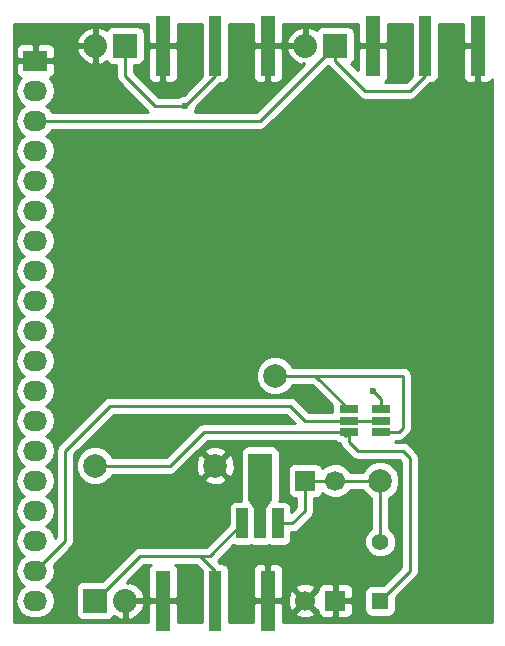
<source format=gtl>
G04 #@! TF.FileFunction,Copper,L1,Top,Signal*
%FSLAX46Y46*%
G04 Gerber Fmt 4.6, Leading zero omitted, Abs format (unit mm)*
G04 Created by KiCad (PCBNEW 4.0.4+e1-6308~48~ubuntu16.04.1-stable) date Mon Oct 24 16:05:19 2016*
%MOMM*%
%LPD*%
G01*
G04 APERTURE LIST*
%ADD10C,0.100000*%
%ADD11R,1.560000X0.650000*%
%ADD12R,1.400000X1.400000*%
%ADD13C,1.400000*%
%ADD14R,2.032000X2.032000*%
%ADD15O,2.032000X2.032000*%
%ADD16R,1.000760X2.501900*%
%ADD17R,1.998980X4.000500*%
%ADD18C,2.000000*%
%ADD19R,1.270000X5.080000*%
%ADD20R,1.016000X5.080000*%
%ADD21R,2.032000X1.727200*%
%ADD22O,2.032000X1.727200*%
%ADD23C,1.998980*%
%ADD24C,1.699260*%
%ADD25R,1.699260X1.699260*%
%ADD26C,0.600000*%
%ADD27C,0.250000*%
%ADD28C,0.254000*%
G04 APERTURE END LIST*
D10*
D11*
X100250000Y-108270000D03*
X100250000Y-109220000D03*
X100250000Y-110170000D03*
X102950000Y-110170000D03*
X102950000Y-108270000D03*
X102950000Y-109220000D03*
D12*
X102870000Y-124460000D03*
D13*
X102870000Y-119460000D03*
D14*
X78740000Y-124460000D03*
D15*
X81280000Y-124460000D03*
D14*
X81280000Y-77470000D03*
D15*
X78740000Y-77470000D03*
D14*
X99060000Y-77470000D03*
D15*
X96520000Y-77470000D03*
D16*
X91208860Y-117922040D03*
X92710000Y-117922040D03*
X94211140Y-117922040D03*
D17*
X92710000Y-113969800D03*
D10*
G36*
X93710760Y-115944650D02*
X93210380Y-116693950D01*
X92209620Y-116693950D01*
X91709240Y-115944650D01*
X93710760Y-115944650D01*
X93710760Y-115944650D01*
G37*
D18*
X102870000Y-114300000D03*
X93980000Y-105410000D03*
D19*
X111125000Y-77470000D03*
X102235000Y-77470000D03*
D20*
X106680000Y-77470000D03*
D19*
X93345000Y-77470000D03*
X84455000Y-77470000D03*
D20*
X88900000Y-77470000D03*
D19*
X84455000Y-124460000D03*
X93345000Y-124460000D03*
D20*
X88900000Y-124460000D03*
D21*
X73660000Y-78740000D03*
D22*
X73660000Y-81280000D03*
X73660000Y-83820000D03*
X73660000Y-86360000D03*
X73660000Y-88900000D03*
X73660000Y-91440000D03*
X73660000Y-93980000D03*
X73660000Y-96520000D03*
X73660000Y-99060000D03*
X73660000Y-101600000D03*
X73660000Y-104140000D03*
X73660000Y-106680000D03*
X73660000Y-109220000D03*
X73660000Y-111760000D03*
X73660000Y-114300000D03*
X73660000Y-116840000D03*
X73660000Y-119380000D03*
X73660000Y-121920000D03*
X73660000Y-124460000D03*
D23*
X78740000Y-113030000D03*
X88900000Y-113030000D03*
D24*
X99057460Y-114299480D03*
D25*
X99057460Y-124459480D03*
D24*
X96522540Y-124460520D03*
D25*
X96522540Y-114300520D03*
D26*
X86360000Y-82550000D03*
X102235000Y-106680000D03*
D27*
X81280000Y-77470000D02*
X81280000Y-80010000D01*
X81280000Y-80010000D02*
X83820000Y-82550000D01*
X83820000Y-82550000D02*
X86360000Y-82550000D01*
X86360000Y-82550000D02*
X88900000Y-80010000D01*
X88900000Y-80010000D02*
X88900000Y-77470000D01*
X102950000Y-110170000D02*
X104460000Y-110170000D01*
X104775000Y-105410000D02*
X97155000Y-105410000D01*
X104775000Y-109855000D02*
X104775000Y-105410000D01*
X104460000Y-110170000D02*
X104775000Y-109855000D01*
X93980000Y-105410000D02*
X97155000Y-105410000D01*
X97155000Y-105410000D02*
X97390000Y-105410000D01*
X97390000Y-105410000D02*
X100250000Y-108270000D01*
X100250000Y-109220000D02*
X96520000Y-109220000D01*
X76200000Y-119380000D02*
X73660000Y-121920000D01*
X76200000Y-111760000D02*
X76200000Y-119380000D01*
X80010000Y-107950000D02*
X76200000Y-111760000D01*
X95250000Y-107950000D02*
X80010000Y-107950000D01*
X96520000Y-109220000D02*
X95250000Y-107950000D01*
X100250000Y-109220000D02*
X102950000Y-109220000D01*
X100250000Y-110170000D02*
X100250000Y-111045000D01*
X105410000Y-121920000D02*
X102870000Y-124460000D01*
X105410000Y-112395000D02*
X105410000Y-121920000D01*
X104775000Y-111760000D02*
X105410000Y-112395000D01*
X100965000Y-111760000D02*
X104775000Y-111760000D01*
X100250000Y-111045000D02*
X100965000Y-111760000D01*
X78740000Y-113030000D02*
X85090000Y-113030000D01*
X87950000Y-110170000D02*
X100250000Y-110170000D01*
X85090000Y-113030000D02*
X87950000Y-110170000D01*
X99930000Y-110490000D02*
X100250000Y-110170000D01*
X102950000Y-108270000D02*
X102950000Y-107395000D01*
X102950000Y-107395000D02*
X102235000Y-106680000D01*
X94211140Y-117922040D02*
X95437960Y-117922040D01*
X96522540Y-116837460D02*
X96522540Y-114300520D01*
X95437960Y-117922040D02*
X96522540Y-116837460D01*
X96522540Y-114300520D02*
X99056420Y-114300520D01*
X99056420Y-114300520D02*
X99056940Y-114300000D01*
X99056940Y-114300000D02*
X102870000Y-114300000D01*
X102870000Y-114300000D02*
X102870000Y-119460000D01*
X94211140Y-117922040D02*
X94211140Y-117881920D01*
X99060000Y-77470000D02*
X99060000Y-78740000D01*
X105410000Y-81280000D02*
X106680000Y-80010000D01*
X101600000Y-81280000D02*
X105410000Y-81280000D01*
X99060000Y-78740000D02*
X101600000Y-81280000D01*
X106680000Y-80010000D02*
X106680000Y-77470000D01*
X73660000Y-83820000D02*
X92710000Y-83820000D01*
X92710000Y-83820000D02*
X99060000Y-77470000D01*
X87630000Y-120650000D02*
X88480900Y-120650000D01*
X88480900Y-120650000D02*
X91208860Y-117922040D01*
X91208860Y-117922040D02*
X91208860Y-118341140D01*
X78740000Y-124460000D02*
X82550000Y-120650000D01*
X87630000Y-120650000D02*
X88900000Y-121920000D01*
X82550000Y-120650000D02*
X87630000Y-120650000D01*
X88900000Y-121920000D02*
X88900000Y-124460000D01*
X92710000Y-117922040D02*
X92710000Y-113969800D01*
D28*
G36*
X83185000Y-77184250D02*
X83343750Y-77343000D01*
X84328000Y-77343000D01*
X84328000Y-77323000D01*
X84582000Y-77323000D01*
X84582000Y-77343000D01*
X85566250Y-77343000D01*
X85725000Y-77184250D01*
X85725000Y-75640000D01*
X87744560Y-75640000D01*
X87744560Y-80010000D01*
X87757330Y-80077868D01*
X86220320Y-81614878D01*
X86174833Y-81614838D01*
X85831057Y-81756883D01*
X85797882Y-81790000D01*
X84134802Y-81790000D01*
X82040000Y-79695198D01*
X82040000Y-79133440D01*
X82296000Y-79133440D01*
X82531317Y-79089162D01*
X82747441Y-78950090D01*
X82892431Y-78737890D01*
X82943440Y-78486000D01*
X82943440Y-77755750D01*
X83185000Y-77755750D01*
X83185000Y-80136310D01*
X83281673Y-80369699D01*
X83460302Y-80548327D01*
X83693691Y-80645000D01*
X84169250Y-80645000D01*
X84328000Y-80486250D01*
X84328000Y-77597000D01*
X84582000Y-77597000D01*
X84582000Y-80486250D01*
X84740750Y-80645000D01*
X85216309Y-80645000D01*
X85449698Y-80548327D01*
X85628327Y-80369699D01*
X85725000Y-80136310D01*
X85725000Y-77755750D01*
X85566250Y-77597000D01*
X84582000Y-77597000D01*
X84328000Y-77597000D01*
X83343750Y-77597000D01*
X83185000Y-77755750D01*
X82943440Y-77755750D01*
X82943440Y-76454000D01*
X82899162Y-76218683D01*
X82760090Y-76002559D01*
X82547890Y-75857569D01*
X82296000Y-75806560D01*
X80264000Y-75806560D01*
X80028683Y-75850838D01*
X79812559Y-75989910D01*
X79712144Y-76136872D01*
X79708379Y-76132812D01*
X79122946Y-75864017D01*
X78867000Y-75982633D01*
X78867000Y-77343000D01*
X78887000Y-77343000D01*
X78887000Y-77597000D01*
X78867000Y-77597000D01*
X78867000Y-78957367D01*
X79122946Y-79075983D01*
X79708379Y-78807188D01*
X79712934Y-78802276D01*
X79799910Y-78937441D01*
X80012110Y-79082431D01*
X80264000Y-79133440D01*
X80520000Y-79133440D01*
X80520000Y-80010000D01*
X80577852Y-80300839D01*
X80742599Y-80547401D01*
X83255198Y-83060000D01*
X75104648Y-83060000D01*
X74904415Y-82760330D01*
X74589634Y-82550000D01*
X74904415Y-82339670D01*
X75229271Y-81853489D01*
X75343345Y-81280000D01*
X75229271Y-80706511D01*
X74904415Y-80220330D01*
X74882220Y-80205500D01*
X75035699Y-80141927D01*
X75214327Y-79963298D01*
X75311000Y-79729909D01*
X75311000Y-79025750D01*
X75152250Y-78867000D01*
X73787000Y-78867000D01*
X73787000Y-78887000D01*
X73533000Y-78887000D01*
X73533000Y-78867000D01*
X72167750Y-78867000D01*
X72009000Y-79025750D01*
X72009000Y-79729909D01*
X72105673Y-79963298D01*
X72284301Y-80141927D01*
X72437780Y-80205500D01*
X72415585Y-80220330D01*
X72090729Y-80706511D01*
X71976655Y-81280000D01*
X72090729Y-81853489D01*
X72415585Y-82339670D01*
X72730366Y-82550000D01*
X72415585Y-82760330D01*
X72090729Y-83246511D01*
X71976655Y-83820000D01*
X72090729Y-84393489D01*
X72415585Y-84879670D01*
X72730366Y-85090000D01*
X72415585Y-85300330D01*
X72090729Y-85786511D01*
X71976655Y-86360000D01*
X72090729Y-86933489D01*
X72415585Y-87419670D01*
X72730366Y-87630000D01*
X72415585Y-87840330D01*
X72090729Y-88326511D01*
X71976655Y-88900000D01*
X72090729Y-89473489D01*
X72415585Y-89959670D01*
X72730366Y-90170000D01*
X72415585Y-90380330D01*
X72090729Y-90866511D01*
X71976655Y-91440000D01*
X72090729Y-92013489D01*
X72415585Y-92499670D01*
X72730366Y-92710000D01*
X72415585Y-92920330D01*
X72090729Y-93406511D01*
X71976655Y-93980000D01*
X72090729Y-94553489D01*
X72415585Y-95039670D01*
X72730366Y-95250000D01*
X72415585Y-95460330D01*
X72090729Y-95946511D01*
X71976655Y-96520000D01*
X72090729Y-97093489D01*
X72415585Y-97579670D01*
X72730366Y-97790000D01*
X72415585Y-98000330D01*
X72090729Y-98486511D01*
X71976655Y-99060000D01*
X72090729Y-99633489D01*
X72415585Y-100119670D01*
X72730366Y-100330000D01*
X72415585Y-100540330D01*
X72090729Y-101026511D01*
X71976655Y-101600000D01*
X72090729Y-102173489D01*
X72415585Y-102659670D01*
X72730366Y-102870000D01*
X72415585Y-103080330D01*
X72090729Y-103566511D01*
X71976655Y-104140000D01*
X72090729Y-104713489D01*
X72415585Y-105199670D01*
X72730366Y-105410000D01*
X72415585Y-105620330D01*
X72090729Y-106106511D01*
X71976655Y-106680000D01*
X72090729Y-107253489D01*
X72415585Y-107739670D01*
X72730366Y-107950000D01*
X72415585Y-108160330D01*
X72090729Y-108646511D01*
X71976655Y-109220000D01*
X72090729Y-109793489D01*
X72415585Y-110279670D01*
X72730366Y-110490000D01*
X72415585Y-110700330D01*
X72090729Y-111186511D01*
X71976655Y-111760000D01*
X72090729Y-112333489D01*
X72415585Y-112819670D01*
X72730366Y-113030000D01*
X72415585Y-113240330D01*
X72090729Y-113726511D01*
X71976655Y-114300000D01*
X72090729Y-114873489D01*
X72415585Y-115359670D01*
X72730366Y-115570000D01*
X72415585Y-115780330D01*
X72090729Y-116266511D01*
X71976655Y-116840000D01*
X72090729Y-117413489D01*
X72415585Y-117899670D01*
X72730366Y-118110000D01*
X72415585Y-118320330D01*
X72090729Y-118806511D01*
X71976655Y-119380000D01*
X72090729Y-119953489D01*
X72415585Y-120439670D01*
X72730366Y-120650000D01*
X72415585Y-120860330D01*
X72090729Y-121346511D01*
X71976655Y-121920000D01*
X72090729Y-122493489D01*
X72415585Y-122979670D01*
X72730366Y-123190000D01*
X72415585Y-123400330D01*
X72090729Y-123886511D01*
X71976655Y-124460000D01*
X72090729Y-125033489D01*
X72415585Y-125519670D01*
X72901766Y-125844526D01*
X73475255Y-125958600D01*
X73844745Y-125958600D01*
X74418234Y-125844526D01*
X74904415Y-125519670D01*
X75229271Y-125033489D01*
X75343345Y-124460000D01*
X75229271Y-123886511D01*
X74904415Y-123400330D01*
X74589634Y-123190000D01*
X74904415Y-122979670D01*
X75229271Y-122493489D01*
X75343345Y-121920000D01*
X75242381Y-121412421D01*
X76737401Y-119917401D01*
X76902148Y-119670840D01*
X76911746Y-119622586D01*
X76960000Y-119380000D01*
X76960000Y-112074802D01*
X80324802Y-108710000D01*
X94935198Y-108710000D01*
X95635198Y-109410000D01*
X87950000Y-109410000D01*
X87659161Y-109467852D01*
X87412599Y-109632599D01*
X84775198Y-112270000D01*
X80194496Y-112270000D01*
X80126462Y-112105345D01*
X79667073Y-111645154D01*
X79066547Y-111395794D01*
X78416306Y-111395226D01*
X77815345Y-111643538D01*
X77355154Y-112102927D01*
X77105794Y-112703453D01*
X77105226Y-113353694D01*
X77353538Y-113954655D01*
X77812927Y-114414846D01*
X78413453Y-114664206D01*
X79063694Y-114664774D01*
X79664655Y-114416462D01*
X79899363Y-114182163D01*
X87927443Y-114182163D01*
X88026042Y-114448965D01*
X88635582Y-114675401D01*
X89285377Y-114651341D01*
X89773958Y-114448965D01*
X89872557Y-114182163D01*
X88900000Y-113209605D01*
X87927443Y-114182163D01*
X79899363Y-114182163D01*
X80124846Y-113957073D01*
X80194221Y-113790000D01*
X85090000Y-113790000D01*
X85380839Y-113732148D01*
X85627401Y-113567401D01*
X86429220Y-112765582D01*
X87254599Y-112765582D01*
X87278659Y-113415377D01*
X87481035Y-113903958D01*
X87747837Y-114002557D01*
X88720395Y-113030000D01*
X89079605Y-113030000D01*
X90052163Y-114002557D01*
X90318965Y-113903958D01*
X90545401Y-113294418D01*
X90521341Y-112644623D01*
X90318965Y-112156042D01*
X90052163Y-112057443D01*
X89079605Y-113030000D01*
X88720395Y-113030000D01*
X87747837Y-112057443D01*
X87481035Y-112156042D01*
X87254599Y-112765582D01*
X86429220Y-112765582D01*
X87316965Y-111877837D01*
X87927443Y-111877837D01*
X88900000Y-112850395D01*
X89872557Y-111877837D01*
X89773958Y-111611035D01*
X89164418Y-111384599D01*
X88514623Y-111408659D01*
X88026042Y-111611035D01*
X87927443Y-111877837D01*
X87316965Y-111877837D01*
X88264802Y-110930000D01*
X98995331Y-110930000D01*
X99005910Y-110946441D01*
X99218110Y-111091431D01*
X99470000Y-111142440D01*
X99509382Y-111142440D01*
X99547852Y-111335839D01*
X99712599Y-111582401D01*
X100427599Y-112297401D01*
X100674161Y-112462148D01*
X100965000Y-112520000D01*
X104460198Y-112520000D01*
X104650000Y-112709802D01*
X104650000Y-121605198D01*
X103142638Y-123112560D01*
X102170000Y-123112560D01*
X101934683Y-123156838D01*
X101718559Y-123295910D01*
X101573569Y-123508110D01*
X101522560Y-123760000D01*
X101522560Y-125160000D01*
X101566838Y-125395317D01*
X101705910Y-125611441D01*
X101918110Y-125756431D01*
X102170000Y-125807440D01*
X103570000Y-125807440D01*
X103805317Y-125763162D01*
X104021441Y-125624090D01*
X104166431Y-125411890D01*
X104217440Y-125160000D01*
X104217440Y-124187362D01*
X105947401Y-122457401D01*
X106112148Y-122210840D01*
X106121746Y-122162586D01*
X106170000Y-121920000D01*
X106170000Y-112395000D01*
X106112148Y-112104161D01*
X105947401Y-111857599D01*
X105312401Y-111222599D01*
X105065839Y-111057852D01*
X104775000Y-111000000D01*
X104117865Y-111000000D01*
X104181441Y-110959090D01*
X104201317Y-110930000D01*
X104460000Y-110930000D01*
X104750839Y-110872148D01*
X104997401Y-110707401D01*
X105312401Y-110392401D01*
X105477148Y-110145840D01*
X105535000Y-109855000D01*
X105535000Y-105410000D01*
X105477148Y-105119161D01*
X105312401Y-104872599D01*
X105065839Y-104707852D01*
X104775000Y-104650000D01*
X95435047Y-104650000D01*
X95366894Y-104485057D01*
X94907363Y-104024722D01*
X94306648Y-103775284D01*
X93656205Y-103774716D01*
X93055057Y-104023106D01*
X92594722Y-104482637D01*
X92345284Y-105083352D01*
X92344716Y-105733795D01*
X92593106Y-106334943D01*
X93052637Y-106795278D01*
X93653352Y-107044716D01*
X94303795Y-107045284D01*
X94904943Y-106796894D01*
X95365278Y-106337363D01*
X95434773Y-106170000D01*
X97075198Y-106170000D01*
X98827214Y-107922016D01*
X98822560Y-107945000D01*
X98822560Y-108460000D01*
X96834802Y-108460000D01*
X95787401Y-107412599D01*
X95540839Y-107247852D01*
X95250000Y-107190000D01*
X80010000Y-107190000D01*
X79719161Y-107247852D01*
X79472599Y-107412599D01*
X75662599Y-111222599D01*
X75497852Y-111469161D01*
X75440000Y-111760000D01*
X75440000Y-119065198D01*
X75307152Y-119198046D01*
X75229271Y-118806511D01*
X74904415Y-118320330D01*
X74589634Y-118110000D01*
X74904415Y-117899670D01*
X75229271Y-117413489D01*
X75343345Y-116840000D01*
X75229271Y-116266511D01*
X74904415Y-115780330D01*
X74589634Y-115570000D01*
X74904415Y-115359670D01*
X75229271Y-114873489D01*
X75343345Y-114300000D01*
X75229271Y-113726511D01*
X74904415Y-113240330D01*
X74589634Y-113030000D01*
X74904415Y-112819670D01*
X75229271Y-112333489D01*
X75343345Y-111760000D01*
X75229271Y-111186511D01*
X74904415Y-110700330D01*
X74589634Y-110490000D01*
X74904415Y-110279670D01*
X75229271Y-109793489D01*
X75343345Y-109220000D01*
X75229271Y-108646511D01*
X74904415Y-108160330D01*
X74589634Y-107950000D01*
X74904415Y-107739670D01*
X75229271Y-107253489D01*
X75343345Y-106680000D01*
X75229271Y-106106511D01*
X74904415Y-105620330D01*
X74589634Y-105410000D01*
X74904415Y-105199670D01*
X75229271Y-104713489D01*
X75343345Y-104140000D01*
X75229271Y-103566511D01*
X74904415Y-103080330D01*
X74589634Y-102870000D01*
X74904415Y-102659670D01*
X75229271Y-102173489D01*
X75343345Y-101600000D01*
X75229271Y-101026511D01*
X74904415Y-100540330D01*
X74589634Y-100330000D01*
X74904415Y-100119670D01*
X75229271Y-99633489D01*
X75343345Y-99060000D01*
X75229271Y-98486511D01*
X74904415Y-98000330D01*
X74589634Y-97790000D01*
X74904415Y-97579670D01*
X75229271Y-97093489D01*
X75343345Y-96520000D01*
X75229271Y-95946511D01*
X74904415Y-95460330D01*
X74589634Y-95250000D01*
X74904415Y-95039670D01*
X75229271Y-94553489D01*
X75343345Y-93980000D01*
X75229271Y-93406511D01*
X74904415Y-92920330D01*
X74589634Y-92710000D01*
X74904415Y-92499670D01*
X75229271Y-92013489D01*
X75343345Y-91440000D01*
X75229271Y-90866511D01*
X74904415Y-90380330D01*
X74589634Y-90170000D01*
X74904415Y-89959670D01*
X75229271Y-89473489D01*
X75343345Y-88900000D01*
X75229271Y-88326511D01*
X74904415Y-87840330D01*
X74589634Y-87630000D01*
X74904415Y-87419670D01*
X75229271Y-86933489D01*
X75343345Y-86360000D01*
X75229271Y-85786511D01*
X74904415Y-85300330D01*
X74589634Y-85090000D01*
X74904415Y-84879670D01*
X75104648Y-84580000D01*
X92710000Y-84580000D01*
X93000839Y-84522148D01*
X93247401Y-84357401D01*
X98444414Y-79160388D01*
X98522599Y-79277401D01*
X101062599Y-81817401D01*
X101309160Y-81982148D01*
X101357414Y-81991746D01*
X101600000Y-82040000D01*
X105410000Y-82040000D01*
X105700839Y-81982148D01*
X105947401Y-81817401D01*
X107107362Y-80657440D01*
X107188000Y-80657440D01*
X107423317Y-80613162D01*
X107639441Y-80474090D01*
X107784431Y-80261890D01*
X107835440Y-80010000D01*
X107835440Y-77755750D01*
X109855000Y-77755750D01*
X109855000Y-80136310D01*
X109951673Y-80369699D01*
X110130302Y-80548327D01*
X110363691Y-80645000D01*
X110839250Y-80645000D01*
X110998000Y-80486250D01*
X110998000Y-77597000D01*
X110013750Y-77597000D01*
X109855000Y-77755750D01*
X107835440Y-77755750D01*
X107835440Y-75640000D01*
X109855000Y-75640000D01*
X109855000Y-77184250D01*
X110013750Y-77343000D01*
X110998000Y-77343000D01*
X110998000Y-77323000D01*
X111252000Y-77323000D01*
X111252000Y-77343000D01*
X111272000Y-77343000D01*
X111272000Y-77597000D01*
X111252000Y-77597000D01*
X111252000Y-80486250D01*
X111410750Y-80645000D01*
X111886309Y-80645000D01*
X112119698Y-80548327D01*
X112298327Y-80369699D01*
X112320000Y-80317376D01*
X112320000Y-126290000D01*
X94615000Y-126290000D01*
X94615000Y-125504210D01*
X95658455Y-125504210D01*
X95738682Y-125755473D01*
X96293907Y-125956870D01*
X96883939Y-125930461D01*
X97306398Y-125755473D01*
X97386625Y-125504210D01*
X96522540Y-124640125D01*
X95658455Y-125504210D01*
X94615000Y-125504210D01*
X94615000Y-124745750D01*
X94456250Y-124587000D01*
X93472000Y-124587000D01*
X93472000Y-124607000D01*
X93218000Y-124607000D01*
X93218000Y-124587000D01*
X92233750Y-124587000D01*
X92075000Y-124745750D01*
X92075000Y-126290000D01*
X90055440Y-126290000D01*
X90055440Y-121920000D01*
X90031674Y-121793690D01*
X92075000Y-121793690D01*
X92075000Y-124174250D01*
X92233750Y-124333000D01*
X93218000Y-124333000D01*
X93218000Y-121443750D01*
X93472000Y-121443750D01*
X93472000Y-124333000D01*
X94456250Y-124333000D01*
X94557363Y-124231887D01*
X95026190Y-124231887D01*
X95052599Y-124821919D01*
X95227587Y-125244378D01*
X95478850Y-125324605D01*
X96342935Y-124460520D01*
X96702145Y-124460520D01*
X97566230Y-125324605D01*
X97572830Y-125322498D01*
X97572830Y-125435419D01*
X97669503Y-125668808D01*
X97848131Y-125847437D01*
X98081520Y-125944110D01*
X98771710Y-125944110D01*
X98930460Y-125785360D01*
X98930460Y-124586480D01*
X99184460Y-124586480D01*
X99184460Y-125785360D01*
X99343210Y-125944110D01*
X100033400Y-125944110D01*
X100266789Y-125847437D01*
X100445417Y-125668808D01*
X100542090Y-125435419D01*
X100542090Y-124745230D01*
X100383340Y-124586480D01*
X99184460Y-124586480D01*
X98930460Y-124586480D01*
X98910460Y-124586480D01*
X98910460Y-124332480D01*
X98930460Y-124332480D01*
X98930460Y-123133600D01*
X99184460Y-123133600D01*
X99184460Y-124332480D01*
X100383340Y-124332480D01*
X100542090Y-124173730D01*
X100542090Y-123483541D01*
X100445417Y-123250152D01*
X100266789Y-123071523D01*
X100033400Y-122974850D01*
X99343210Y-122974850D01*
X99184460Y-123133600D01*
X98930460Y-123133600D01*
X98771710Y-122974850D01*
X98081520Y-122974850D01*
X97848131Y-123071523D01*
X97669503Y-123250152D01*
X97572830Y-123483541D01*
X97572830Y-123598542D01*
X97566230Y-123596435D01*
X96702145Y-124460520D01*
X96342935Y-124460520D01*
X95478850Y-123596435D01*
X95227587Y-123676662D01*
X95026190Y-124231887D01*
X94557363Y-124231887D01*
X94615000Y-124174250D01*
X94615000Y-123416830D01*
X95658455Y-123416830D01*
X96522540Y-124280915D01*
X97386625Y-123416830D01*
X97306398Y-123165567D01*
X96751173Y-122964170D01*
X96161141Y-122990579D01*
X95738682Y-123165567D01*
X95658455Y-123416830D01*
X94615000Y-123416830D01*
X94615000Y-121793690D01*
X94518327Y-121560301D01*
X94339698Y-121381673D01*
X94106309Y-121285000D01*
X93630750Y-121285000D01*
X93472000Y-121443750D01*
X93218000Y-121443750D01*
X93059250Y-121285000D01*
X92583691Y-121285000D01*
X92350302Y-121381673D01*
X92171673Y-121560301D01*
X92075000Y-121793690D01*
X90031674Y-121793690D01*
X90011162Y-121684683D01*
X89872090Y-121468559D01*
X89659890Y-121323569D01*
X89408000Y-121272560D01*
X89327362Y-121272560D01*
X89130252Y-121075450D01*
X90444525Y-119761177D01*
X90456590Y-119769421D01*
X90708480Y-119820430D01*
X91709240Y-119820430D01*
X91944557Y-119776152D01*
X91956414Y-119768522D01*
X91957730Y-119769421D01*
X92209620Y-119820430D01*
X93210380Y-119820430D01*
X93445697Y-119776152D01*
X93457554Y-119768522D01*
X93458870Y-119769421D01*
X93710760Y-119820430D01*
X94711520Y-119820430D01*
X94946837Y-119776152D01*
X95162961Y-119637080D01*
X95307951Y-119424880D01*
X95358960Y-119172990D01*
X95358960Y-118682040D01*
X95437960Y-118682040D01*
X95728799Y-118624188D01*
X95975361Y-118459441D01*
X97059941Y-117374861D01*
X97224688Y-117128299D01*
X97282540Y-116837460D01*
X97282540Y-115797590D01*
X97372170Y-115797590D01*
X97607487Y-115753312D01*
X97823611Y-115614240D01*
X97968601Y-115402040D01*
X97984073Y-115325637D01*
X98215386Y-115557354D01*
X98760853Y-115783852D01*
X99351476Y-115784368D01*
X99897337Y-115558822D01*
X100315334Y-115141554D01*
X100349198Y-115060000D01*
X101414953Y-115060000D01*
X101483106Y-115224943D01*
X101942637Y-115685278D01*
X102110000Y-115754773D01*
X102110000Y-118332345D01*
X101738902Y-118702796D01*
X101535232Y-119193287D01*
X101534769Y-119724383D01*
X101737582Y-120215229D01*
X102112796Y-120591098D01*
X102603287Y-120794768D01*
X103134383Y-120795231D01*
X103625229Y-120592418D01*
X104001098Y-120217204D01*
X104204768Y-119726713D01*
X104205231Y-119195617D01*
X104002418Y-118704771D01*
X103630000Y-118331703D01*
X103630000Y-115755047D01*
X103794943Y-115686894D01*
X104255278Y-115227363D01*
X104504716Y-114626648D01*
X104505284Y-113976205D01*
X104256894Y-113375057D01*
X103797363Y-112914722D01*
X103196648Y-112665284D01*
X102546205Y-112664716D01*
X101945057Y-112913106D01*
X101484722Y-113372637D01*
X101415227Y-113540000D01*
X100350021Y-113540000D01*
X100316802Y-113459603D01*
X99899534Y-113041606D01*
X99354067Y-112815108D01*
X98763444Y-112814592D01*
X98217583Y-113040138D01*
X97985849Y-113271468D01*
X97975332Y-113215573D01*
X97836260Y-112999449D01*
X97624060Y-112854459D01*
X97372170Y-112803450D01*
X95672910Y-112803450D01*
X95437593Y-112847728D01*
X95221469Y-112986800D01*
X95076479Y-113199000D01*
X95025470Y-113450890D01*
X95025470Y-115150150D01*
X95069748Y-115385467D01*
X95208820Y-115601591D01*
X95421020Y-115746581D01*
X95672910Y-115797590D01*
X95762540Y-115797590D01*
X95762540Y-116522658D01*
X95358960Y-116926238D01*
X95358960Y-116671090D01*
X95314682Y-116435773D01*
X95175610Y-116219649D01*
X94963410Y-116074659D01*
X94711520Y-116023650D01*
X94346076Y-116023650D01*
X94356930Y-115970050D01*
X94356930Y-115965750D01*
X94357953Y-115962537D01*
X94356930Y-115956654D01*
X94356930Y-111969550D01*
X94312652Y-111734233D01*
X94173580Y-111518109D01*
X93961380Y-111373119D01*
X93709490Y-111322110D01*
X91710510Y-111322110D01*
X91475193Y-111366388D01*
X91259069Y-111505460D01*
X91114079Y-111717660D01*
X91063070Y-111969550D01*
X91063070Y-115970050D01*
X91073156Y-116023650D01*
X90708480Y-116023650D01*
X90473163Y-116067928D01*
X90257039Y-116207000D01*
X90112049Y-116419200D01*
X90061040Y-116671090D01*
X90061040Y-117995058D01*
X88166098Y-119890000D01*
X82550000Y-119890000D01*
X82259161Y-119947852D01*
X82012599Y-120112599D01*
X79328638Y-122796560D01*
X77724000Y-122796560D01*
X77488683Y-122840838D01*
X77272559Y-122979910D01*
X77127569Y-123192110D01*
X77076560Y-123444000D01*
X77076560Y-125476000D01*
X77120838Y-125711317D01*
X77259910Y-125927441D01*
X77472110Y-126072431D01*
X77724000Y-126123440D01*
X79756000Y-126123440D01*
X79991317Y-126079162D01*
X80207441Y-125940090D01*
X80307856Y-125793128D01*
X80311621Y-125797188D01*
X80897054Y-126065983D01*
X81153000Y-125947367D01*
X81153000Y-124587000D01*
X81407000Y-124587000D01*
X81407000Y-125947367D01*
X81662946Y-126065983D01*
X82248379Y-125797188D01*
X82686385Y-125324818D01*
X82885975Y-124842944D01*
X82766836Y-124587000D01*
X81407000Y-124587000D01*
X81153000Y-124587000D01*
X81133000Y-124587000D01*
X81133000Y-124333000D01*
X81153000Y-124333000D01*
X81153000Y-124313000D01*
X81407000Y-124313000D01*
X81407000Y-124333000D01*
X82766836Y-124333000D01*
X82885975Y-124077056D01*
X82686385Y-123595182D01*
X82248379Y-123122812D01*
X81662946Y-122854017D01*
X81407002Y-122972632D01*
X81407002Y-122867800D01*
X82864802Y-121410000D01*
X83431975Y-121410000D01*
X83281673Y-121560301D01*
X83185000Y-121793690D01*
X83185000Y-124174250D01*
X83343750Y-124333000D01*
X84328000Y-124333000D01*
X84328000Y-124313000D01*
X84582000Y-124313000D01*
X84582000Y-124333000D01*
X85566250Y-124333000D01*
X85725000Y-124174250D01*
X85725000Y-121793690D01*
X85628327Y-121560301D01*
X85478025Y-121410000D01*
X87315198Y-121410000D01*
X87758140Y-121852942D01*
X87744560Y-121920000D01*
X87744560Y-126290000D01*
X85725000Y-126290000D01*
X85725000Y-124745750D01*
X85566250Y-124587000D01*
X84582000Y-124587000D01*
X84582000Y-124607000D01*
X84328000Y-124607000D01*
X84328000Y-124587000D01*
X83343750Y-124587000D01*
X83185000Y-124745750D01*
X83185000Y-126290000D01*
X71830000Y-126290000D01*
X71830000Y-77750091D01*
X72009000Y-77750091D01*
X72009000Y-78454250D01*
X72167750Y-78613000D01*
X73533000Y-78613000D01*
X73533000Y-77400150D01*
X73787000Y-77400150D01*
X73787000Y-78613000D01*
X75152250Y-78613000D01*
X75311000Y-78454250D01*
X75311000Y-77852944D01*
X77134025Y-77852944D01*
X77333615Y-78334818D01*
X77771621Y-78807188D01*
X78357054Y-79075983D01*
X78613000Y-78957367D01*
X78613000Y-77597000D01*
X77253164Y-77597000D01*
X77134025Y-77852944D01*
X75311000Y-77852944D01*
X75311000Y-77750091D01*
X75214327Y-77516702D01*
X75035699Y-77338073D01*
X74802310Y-77241400D01*
X73945750Y-77241400D01*
X73787000Y-77400150D01*
X73533000Y-77400150D01*
X73374250Y-77241400D01*
X72517690Y-77241400D01*
X72284301Y-77338073D01*
X72105673Y-77516702D01*
X72009000Y-77750091D01*
X71830000Y-77750091D01*
X71830000Y-77087056D01*
X77134025Y-77087056D01*
X77253164Y-77343000D01*
X78613000Y-77343000D01*
X78613000Y-75982633D01*
X78357054Y-75864017D01*
X77771621Y-76132812D01*
X77333615Y-76605182D01*
X77134025Y-77087056D01*
X71830000Y-77087056D01*
X71830000Y-75640000D01*
X83185000Y-75640000D01*
X83185000Y-77184250D01*
X83185000Y-77184250D01*
G37*
X83185000Y-77184250D02*
X83343750Y-77343000D01*
X84328000Y-77343000D01*
X84328000Y-77323000D01*
X84582000Y-77323000D01*
X84582000Y-77343000D01*
X85566250Y-77343000D01*
X85725000Y-77184250D01*
X85725000Y-75640000D01*
X87744560Y-75640000D01*
X87744560Y-80010000D01*
X87757330Y-80077868D01*
X86220320Y-81614878D01*
X86174833Y-81614838D01*
X85831057Y-81756883D01*
X85797882Y-81790000D01*
X84134802Y-81790000D01*
X82040000Y-79695198D01*
X82040000Y-79133440D01*
X82296000Y-79133440D01*
X82531317Y-79089162D01*
X82747441Y-78950090D01*
X82892431Y-78737890D01*
X82943440Y-78486000D01*
X82943440Y-77755750D01*
X83185000Y-77755750D01*
X83185000Y-80136310D01*
X83281673Y-80369699D01*
X83460302Y-80548327D01*
X83693691Y-80645000D01*
X84169250Y-80645000D01*
X84328000Y-80486250D01*
X84328000Y-77597000D01*
X84582000Y-77597000D01*
X84582000Y-80486250D01*
X84740750Y-80645000D01*
X85216309Y-80645000D01*
X85449698Y-80548327D01*
X85628327Y-80369699D01*
X85725000Y-80136310D01*
X85725000Y-77755750D01*
X85566250Y-77597000D01*
X84582000Y-77597000D01*
X84328000Y-77597000D01*
X83343750Y-77597000D01*
X83185000Y-77755750D01*
X82943440Y-77755750D01*
X82943440Y-76454000D01*
X82899162Y-76218683D01*
X82760090Y-76002559D01*
X82547890Y-75857569D01*
X82296000Y-75806560D01*
X80264000Y-75806560D01*
X80028683Y-75850838D01*
X79812559Y-75989910D01*
X79712144Y-76136872D01*
X79708379Y-76132812D01*
X79122946Y-75864017D01*
X78867000Y-75982633D01*
X78867000Y-77343000D01*
X78887000Y-77343000D01*
X78887000Y-77597000D01*
X78867000Y-77597000D01*
X78867000Y-78957367D01*
X79122946Y-79075983D01*
X79708379Y-78807188D01*
X79712934Y-78802276D01*
X79799910Y-78937441D01*
X80012110Y-79082431D01*
X80264000Y-79133440D01*
X80520000Y-79133440D01*
X80520000Y-80010000D01*
X80577852Y-80300839D01*
X80742599Y-80547401D01*
X83255198Y-83060000D01*
X75104648Y-83060000D01*
X74904415Y-82760330D01*
X74589634Y-82550000D01*
X74904415Y-82339670D01*
X75229271Y-81853489D01*
X75343345Y-81280000D01*
X75229271Y-80706511D01*
X74904415Y-80220330D01*
X74882220Y-80205500D01*
X75035699Y-80141927D01*
X75214327Y-79963298D01*
X75311000Y-79729909D01*
X75311000Y-79025750D01*
X75152250Y-78867000D01*
X73787000Y-78867000D01*
X73787000Y-78887000D01*
X73533000Y-78887000D01*
X73533000Y-78867000D01*
X72167750Y-78867000D01*
X72009000Y-79025750D01*
X72009000Y-79729909D01*
X72105673Y-79963298D01*
X72284301Y-80141927D01*
X72437780Y-80205500D01*
X72415585Y-80220330D01*
X72090729Y-80706511D01*
X71976655Y-81280000D01*
X72090729Y-81853489D01*
X72415585Y-82339670D01*
X72730366Y-82550000D01*
X72415585Y-82760330D01*
X72090729Y-83246511D01*
X71976655Y-83820000D01*
X72090729Y-84393489D01*
X72415585Y-84879670D01*
X72730366Y-85090000D01*
X72415585Y-85300330D01*
X72090729Y-85786511D01*
X71976655Y-86360000D01*
X72090729Y-86933489D01*
X72415585Y-87419670D01*
X72730366Y-87630000D01*
X72415585Y-87840330D01*
X72090729Y-88326511D01*
X71976655Y-88900000D01*
X72090729Y-89473489D01*
X72415585Y-89959670D01*
X72730366Y-90170000D01*
X72415585Y-90380330D01*
X72090729Y-90866511D01*
X71976655Y-91440000D01*
X72090729Y-92013489D01*
X72415585Y-92499670D01*
X72730366Y-92710000D01*
X72415585Y-92920330D01*
X72090729Y-93406511D01*
X71976655Y-93980000D01*
X72090729Y-94553489D01*
X72415585Y-95039670D01*
X72730366Y-95250000D01*
X72415585Y-95460330D01*
X72090729Y-95946511D01*
X71976655Y-96520000D01*
X72090729Y-97093489D01*
X72415585Y-97579670D01*
X72730366Y-97790000D01*
X72415585Y-98000330D01*
X72090729Y-98486511D01*
X71976655Y-99060000D01*
X72090729Y-99633489D01*
X72415585Y-100119670D01*
X72730366Y-100330000D01*
X72415585Y-100540330D01*
X72090729Y-101026511D01*
X71976655Y-101600000D01*
X72090729Y-102173489D01*
X72415585Y-102659670D01*
X72730366Y-102870000D01*
X72415585Y-103080330D01*
X72090729Y-103566511D01*
X71976655Y-104140000D01*
X72090729Y-104713489D01*
X72415585Y-105199670D01*
X72730366Y-105410000D01*
X72415585Y-105620330D01*
X72090729Y-106106511D01*
X71976655Y-106680000D01*
X72090729Y-107253489D01*
X72415585Y-107739670D01*
X72730366Y-107950000D01*
X72415585Y-108160330D01*
X72090729Y-108646511D01*
X71976655Y-109220000D01*
X72090729Y-109793489D01*
X72415585Y-110279670D01*
X72730366Y-110490000D01*
X72415585Y-110700330D01*
X72090729Y-111186511D01*
X71976655Y-111760000D01*
X72090729Y-112333489D01*
X72415585Y-112819670D01*
X72730366Y-113030000D01*
X72415585Y-113240330D01*
X72090729Y-113726511D01*
X71976655Y-114300000D01*
X72090729Y-114873489D01*
X72415585Y-115359670D01*
X72730366Y-115570000D01*
X72415585Y-115780330D01*
X72090729Y-116266511D01*
X71976655Y-116840000D01*
X72090729Y-117413489D01*
X72415585Y-117899670D01*
X72730366Y-118110000D01*
X72415585Y-118320330D01*
X72090729Y-118806511D01*
X71976655Y-119380000D01*
X72090729Y-119953489D01*
X72415585Y-120439670D01*
X72730366Y-120650000D01*
X72415585Y-120860330D01*
X72090729Y-121346511D01*
X71976655Y-121920000D01*
X72090729Y-122493489D01*
X72415585Y-122979670D01*
X72730366Y-123190000D01*
X72415585Y-123400330D01*
X72090729Y-123886511D01*
X71976655Y-124460000D01*
X72090729Y-125033489D01*
X72415585Y-125519670D01*
X72901766Y-125844526D01*
X73475255Y-125958600D01*
X73844745Y-125958600D01*
X74418234Y-125844526D01*
X74904415Y-125519670D01*
X75229271Y-125033489D01*
X75343345Y-124460000D01*
X75229271Y-123886511D01*
X74904415Y-123400330D01*
X74589634Y-123190000D01*
X74904415Y-122979670D01*
X75229271Y-122493489D01*
X75343345Y-121920000D01*
X75242381Y-121412421D01*
X76737401Y-119917401D01*
X76902148Y-119670840D01*
X76911746Y-119622586D01*
X76960000Y-119380000D01*
X76960000Y-112074802D01*
X80324802Y-108710000D01*
X94935198Y-108710000D01*
X95635198Y-109410000D01*
X87950000Y-109410000D01*
X87659161Y-109467852D01*
X87412599Y-109632599D01*
X84775198Y-112270000D01*
X80194496Y-112270000D01*
X80126462Y-112105345D01*
X79667073Y-111645154D01*
X79066547Y-111395794D01*
X78416306Y-111395226D01*
X77815345Y-111643538D01*
X77355154Y-112102927D01*
X77105794Y-112703453D01*
X77105226Y-113353694D01*
X77353538Y-113954655D01*
X77812927Y-114414846D01*
X78413453Y-114664206D01*
X79063694Y-114664774D01*
X79664655Y-114416462D01*
X79899363Y-114182163D01*
X87927443Y-114182163D01*
X88026042Y-114448965D01*
X88635582Y-114675401D01*
X89285377Y-114651341D01*
X89773958Y-114448965D01*
X89872557Y-114182163D01*
X88900000Y-113209605D01*
X87927443Y-114182163D01*
X79899363Y-114182163D01*
X80124846Y-113957073D01*
X80194221Y-113790000D01*
X85090000Y-113790000D01*
X85380839Y-113732148D01*
X85627401Y-113567401D01*
X86429220Y-112765582D01*
X87254599Y-112765582D01*
X87278659Y-113415377D01*
X87481035Y-113903958D01*
X87747837Y-114002557D01*
X88720395Y-113030000D01*
X89079605Y-113030000D01*
X90052163Y-114002557D01*
X90318965Y-113903958D01*
X90545401Y-113294418D01*
X90521341Y-112644623D01*
X90318965Y-112156042D01*
X90052163Y-112057443D01*
X89079605Y-113030000D01*
X88720395Y-113030000D01*
X87747837Y-112057443D01*
X87481035Y-112156042D01*
X87254599Y-112765582D01*
X86429220Y-112765582D01*
X87316965Y-111877837D01*
X87927443Y-111877837D01*
X88900000Y-112850395D01*
X89872557Y-111877837D01*
X89773958Y-111611035D01*
X89164418Y-111384599D01*
X88514623Y-111408659D01*
X88026042Y-111611035D01*
X87927443Y-111877837D01*
X87316965Y-111877837D01*
X88264802Y-110930000D01*
X98995331Y-110930000D01*
X99005910Y-110946441D01*
X99218110Y-111091431D01*
X99470000Y-111142440D01*
X99509382Y-111142440D01*
X99547852Y-111335839D01*
X99712599Y-111582401D01*
X100427599Y-112297401D01*
X100674161Y-112462148D01*
X100965000Y-112520000D01*
X104460198Y-112520000D01*
X104650000Y-112709802D01*
X104650000Y-121605198D01*
X103142638Y-123112560D01*
X102170000Y-123112560D01*
X101934683Y-123156838D01*
X101718559Y-123295910D01*
X101573569Y-123508110D01*
X101522560Y-123760000D01*
X101522560Y-125160000D01*
X101566838Y-125395317D01*
X101705910Y-125611441D01*
X101918110Y-125756431D01*
X102170000Y-125807440D01*
X103570000Y-125807440D01*
X103805317Y-125763162D01*
X104021441Y-125624090D01*
X104166431Y-125411890D01*
X104217440Y-125160000D01*
X104217440Y-124187362D01*
X105947401Y-122457401D01*
X106112148Y-122210840D01*
X106121746Y-122162586D01*
X106170000Y-121920000D01*
X106170000Y-112395000D01*
X106112148Y-112104161D01*
X105947401Y-111857599D01*
X105312401Y-111222599D01*
X105065839Y-111057852D01*
X104775000Y-111000000D01*
X104117865Y-111000000D01*
X104181441Y-110959090D01*
X104201317Y-110930000D01*
X104460000Y-110930000D01*
X104750839Y-110872148D01*
X104997401Y-110707401D01*
X105312401Y-110392401D01*
X105477148Y-110145840D01*
X105535000Y-109855000D01*
X105535000Y-105410000D01*
X105477148Y-105119161D01*
X105312401Y-104872599D01*
X105065839Y-104707852D01*
X104775000Y-104650000D01*
X95435047Y-104650000D01*
X95366894Y-104485057D01*
X94907363Y-104024722D01*
X94306648Y-103775284D01*
X93656205Y-103774716D01*
X93055057Y-104023106D01*
X92594722Y-104482637D01*
X92345284Y-105083352D01*
X92344716Y-105733795D01*
X92593106Y-106334943D01*
X93052637Y-106795278D01*
X93653352Y-107044716D01*
X94303795Y-107045284D01*
X94904943Y-106796894D01*
X95365278Y-106337363D01*
X95434773Y-106170000D01*
X97075198Y-106170000D01*
X98827214Y-107922016D01*
X98822560Y-107945000D01*
X98822560Y-108460000D01*
X96834802Y-108460000D01*
X95787401Y-107412599D01*
X95540839Y-107247852D01*
X95250000Y-107190000D01*
X80010000Y-107190000D01*
X79719161Y-107247852D01*
X79472599Y-107412599D01*
X75662599Y-111222599D01*
X75497852Y-111469161D01*
X75440000Y-111760000D01*
X75440000Y-119065198D01*
X75307152Y-119198046D01*
X75229271Y-118806511D01*
X74904415Y-118320330D01*
X74589634Y-118110000D01*
X74904415Y-117899670D01*
X75229271Y-117413489D01*
X75343345Y-116840000D01*
X75229271Y-116266511D01*
X74904415Y-115780330D01*
X74589634Y-115570000D01*
X74904415Y-115359670D01*
X75229271Y-114873489D01*
X75343345Y-114300000D01*
X75229271Y-113726511D01*
X74904415Y-113240330D01*
X74589634Y-113030000D01*
X74904415Y-112819670D01*
X75229271Y-112333489D01*
X75343345Y-111760000D01*
X75229271Y-111186511D01*
X74904415Y-110700330D01*
X74589634Y-110490000D01*
X74904415Y-110279670D01*
X75229271Y-109793489D01*
X75343345Y-109220000D01*
X75229271Y-108646511D01*
X74904415Y-108160330D01*
X74589634Y-107950000D01*
X74904415Y-107739670D01*
X75229271Y-107253489D01*
X75343345Y-106680000D01*
X75229271Y-106106511D01*
X74904415Y-105620330D01*
X74589634Y-105410000D01*
X74904415Y-105199670D01*
X75229271Y-104713489D01*
X75343345Y-104140000D01*
X75229271Y-103566511D01*
X74904415Y-103080330D01*
X74589634Y-102870000D01*
X74904415Y-102659670D01*
X75229271Y-102173489D01*
X75343345Y-101600000D01*
X75229271Y-101026511D01*
X74904415Y-100540330D01*
X74589634Y-100330000D01*
X74904415Y-100119670D01*
X75229271Y-99633489D01*
X75343345Y-99060000D01*
X75229271Y-98486511D01*
X74904415Y-98000330D01*
X74589634Y-97790000D01*
X74904415Y-97579670D01*
X75229271Y-97093489D01*
X75343345Y-96520000D01*
X75229271Y-95946511D01*
X74904415Y-95460330D01*
X74589634Y-95250000D01*
X74904415Y-95039670D01*
X75229271Y-94553489D01*
X75343345Y-93980000D01*
X75229271Y-93406511D01*
X74904415Y-92920330D01*
X74589634Y-92710000D01*
X74904415Y-92499670D01*
X75229271Y-92013489D01*
X75343345Y-91440000D01*
X75229271Y-90866511D01*
X74904415Y-90380330D01*
X74589634Y-90170000D01*
X74904415Y-89959670D01*
X75229271Y-89473489D01*
X75343345Y-88900000D01*
X75229271Y-88326511D01*
X74904415Y-87840330D01*
X74589634Y-87630000D01*
X74904415Y-87419670D01*
X75229271Y-86933489D01*
X75343345Y-86360000D01*
X75229271Y-85786511D01*
X74904415Y-85300330D01*
X74589634Y-85090000D01*
X74904415Y-84879670D01*
X75104648Y-84580000D01*
X92710000Y-84580000D01*
X93000839Y-84522148D01*
X93247401Y-84357401D01*
X98444414Y-79160388D01*
X98522599Y-79277401D01*
X101062599Y-81817401D01*
X101309160Y-81982148D01*
X101357414Y-81991746D01*
X101600000Y-82040000D01*
X105410000Y-82040000D01*
X105700839Y-81982148D01*
X105947401Y-81817401D01*
X107107362Y-80657440D01*
X107188000Y-80657440D01*
X107423317Y-80613162D01*
X107639441Y-80474090D01*
X107784431Y-80261890D01*
X107835440Y-80010000D01*
X107835440Y-77755750D01*
X109855000Y-77755750D01*
X109855000Y-80136310D01*
X109951673Y-80369699D01*
X110130302Y-80548327D01*
X110363691Y-80645000D01*
X110839250Y-80645000D01*
X110998000Y-80486250D01*
X110998000Y-77597000D01*
X110013750Y-77597000D01*
X109855000Y-77755750D01*
X107835440Y-77755750D01*
X107835440Y-75640000D01*
X109855000Y-75640000D01*
X109855000Y-77184250D01*
X110013750Y-77343000D01*
X110998000Y-77343000D01*
X110998000Y-77323000D01*
X111252000Y-77323000D01*
X111252000Y-77343000D01*
X111272000Y-77343000D01*
X111272000Y-77597000D01*
X111252000Y-77597000D01*
X111252000Y-80486250D01*
X111410750Y-80645000D01*
X111886309Y-80645000D01*
X112119698Y-80548327D01*
X112298327Y-80369699D01*
X112320000Y-80317376D01*
X112320000Y-126290000D01*
X94615000Y-126290000D01*
X94615000Y-125504210D01*
X95658455Y-125504210D01*
X95738682Y-125755473D01*
X96293907Y-125956870D01*
X96883939Y-125930461D01*
X97306398Y-125755473D01*
X97386625Y-125504210D01*
X96522540Y-124640125D01*
X95658455Y-125504210D01*
X94615000Y-125504210D01*
X94615000Y-124745750D01*
X94456250Y-124587000D01*
X93472000Y-124587000D01*
X93472000Y-124607000D01*
X93218000Y-124607000D01*
X93218000Y-124587000D01*
X92233750Y-124587000D01*
X92075000Y-124745750D01*
X92075000Y-126290000D01*
X90055440Y-126290000D01*
X90055440Y-121920000D01*
X90031674Y-121793690D01*
X92075000Y-121793690D01*
X92075000Y-124174250D01*
X92233750Y-124333000D01*
X93218000Y-124333000D01*
X93218000Y-121443750D01*
X93472000Y-121443750D01*
X93472000Y-124333000D01*
X94456250Y-124333000D01*
X94557363Y-124231887D01*
X95026190Y-124231887D01*
X95052599Y-124821919D01*
X95227587Y-125244378D01*
X95478850Y-125324605D01*
X96342935Y-124460520D01*
X96702145Y-124460520D01*
X97566230Y-125324605D01*
X97572830Y-125322498D01*
X97572830Y-125435419D01*
X97669503Y-125668808D01*
X97848131Y-125847437D01*
X98081520Y-125944110D01*
X98771710Y-125944110D01*
X98930460Y-125785360D01*
X98930460Y-124586480D01*
X99184460Y-124586480D01*
X99184460Y-125785360D01*
X99343210Y-125944110D01*
X100033400Y-125944110D01*
X100266789Y-125847437D01*
X100445417Y-125668808D01*
X100542090Y-125435419D01*
X100542090Y-124745230D01*
X100383340Y-124586480D01*
X99184460Y-124586480D01*
X98930460Y-124586480D01*
X98910460Y-124586480D01*
X98910460Y-124332480D01*
X98930460Y-124332480D01*
X98930460Y-123133600D01*
X99184460Y-123133600D01*
X99184460Y-124332480D01*
X100383340Y-124332480D01*
X100542090Y-124173730D01*
X100542090Y-123483541D01*
X100445417Y-123250152D01*
X100266789Y-123071523D01*
X100033400Y-122974850D01*
X99343210Y-122974850D01*
X99184460Y-123133600D01*
X98930460Y-123133600D01*
X98771710Y-122974850D01*
X98081520Y-122974850D01*
X97848131Y-123071523D01*
X97669503Y-123250152D01*
X97572830Y-123483541D01*
X97572830Y-123598542D01*
X97566230Y-123596435D01*
X96702145Y-124460520D01*
X96342935Y-124460520D01*
X95478850Y-123596435D01*
X95227587Y-123676662D01*
X95026190Y-124231887D01*
X94557363Y-124231887D01*
X94615000Y-124174250D01*
X94615000Y-123416830D01*
X95658455Y-123416830D01*
X96522540Y-124280915D01*
X97386625Y-123416830D01*
X97306398Y-123165567D01*
X96751173Y-122964170D01*
X96161141Y-122990579D01*
X95738682Y-123165567D01*
X95658455Y-123416830D01*
X94615000Y-123416830D01*
X94615000Y-121793690D01*
X94518327Y-121560301D01*
X94339698Y-121381673D01*
X94106309Y-121285000D01*
X93630750Y-121285000D01*
X93472000Y-121443750D01*
X93218000Y-121443750D01*
X93059250Y-121285000D01*
X92583691Y-121285000D01*
X92350302Y-121381673D01*
X92171673Y-121560301D01*
X92075000Y-121793690D01*
X90031674Y-121793690D01*
X90011162Y-121684683D01*
X89872090Y-121468559D01*
X89659890Y-121323569D01*
X89408000Y-121272560D01*
X89327362Y-121272560D01*
X89130252Y-121075450D01*
X90444525Y-119761177D01*
X90456590Y-119769421D01*
X90708480Y-119820430D01*
X91709240Y-119820430D01*
X91944557Y-119776152D01*
X91956414Y-119768522D01*
X91957730Y-119769421D01*
X92209620Y-119820430D01*
X93210380Y-119820430D01*
X93445697Y-119776152D01*
X93457554Y-119768522D01*
X93458870Y-119769421D01*
X93710760Y-119820430D01*
X94711520Y-119820430D01*
X94946837Y-119776152D01*
X95162961Y-119637080D01*
X95307951Y-119424880D01*
X95358960Y-119172990D01*
X95358960Y-118682040D01*
X95437960Y-118682040D01*
X95728799Y-118624188D01*
X95975361Y-118459441D01*
X97059941Y-117374861D01*
X97224688Y-117128299D01*
X97282540Y-116837460D01*
X97282540Y-115797590D01*
X97372170Y-115797590D01*
X97607487Y-115753312D01*
X97823611Y-115614240D01*
X97968601Y-115402040D01*
X97984073Y-115325637D01*
X98215386Y-115557354D01*
X98760853Y-115783852D01*
X99351476Y-115784368D01*
X99897337Y-115558822D01*
X100315334Y-115141554D01*
X100349198Y-115060000D01*
X101414953Y-115060000D01*
X101483106Y-115224943D01*
X101942637Y-115685278D01*
X102110000Y-115754773D01*
X102110000Y-118332345D01*
X101738902Y-118702796D01*
X101535232Y-119193287D01*
X101534769Y-119724383D01*
X101737582Y-120215229D01*
X102112796Y-120591098D01*
X102603287Y-120794768D01*
X103134383Y-120795231D01*
X103625229Y-120592418D01*
X104001098Y-120217204D01*
X104204768Y-119726713D01*
X104205231Y-119195617D01*
X104002418Y-118704771D01*
X103630000Y-118331703D01*
X103630000Y-115755047D01*
X103794943Y-115686894D01*
X104255278Y-115227363D01*
X104504716Y-114626648D01*
X104505284Y-113976205D01*
X104256894Y-113375057D01*
X103797363Y-112914722D01*
X103196648Y-112665284D01*
X102546205Y-112664716D01*
X101945057Y-112913106D01*
X101484722Y-113372637D01*
X101415227Y-113540000D01*
X100350021Y-113540000D01*
X100316802Y-113459603D01*
X99899534Y-113041606D01*
X99354067Y-112815108D01*
X98763444Y-112814592D01*
X98217583Y-113040138D01*
X97985849Y-113271468D01*
X97975332Y-113215573D01*
X97836260Y-112999449D01*
X97624060Y-112854459D01*
X97372170Y-112803450D01*
X95672910Y-112803450D01*
X95437593Y-112847728D01*
X95221469Y-112986800D01*
X95076479Y-113199000D01*
X95025470Y-113450890D01*
X95025470Y-115150150D01*
X95069748Y-115385467D01*
X95208820Y-115601591D01*
X95421020Y-115746581D01*
X95672910Y-115797590D01*
X95762540Y-115797590D01*
X95762540Y-116522658D01*
X95358960Y-116926238D01*
X95358960Y-116671090D01*
X95314682Y-116435773D01*
X95175610Y-116219649D01*
X94963410Y-116074659D01*
X94711520Y-116023650D01*
X94346076Y-116023650D01*
X94356930Y-115970050D01*
X94356930Y-115965750D01*
X94357953Y-115962537D01*
X94356930Y-115956654D01*
X94356930Y-111969550D01*
X94312652Y-111734233D01*
X94173580Y-111518109D01*
X93961380Y-111373119D01*
X93709490Y-111322110D01*
X91710510Y-111322110D01*
X91475193Y-111366388D01*
X91259069Y-111505460D01*
X91114079Y-111717660D01*
X91063070Y-111969550D01*
X91063070Y-115970050D01*
X91073156Y-116023650D01*
X90708480Y-116023650D01*
X90473163Y-116067928D01*
X90257039Y-116207000D01*
X90112049Y-116419200D01*
X90061040Y-116671090D01*
X90061040Y-117995058D01*
X88166098Y-119890000D01*
X82550000Y-119890000D01*
X82259161Y-119947852D01*
X82012599Y-120112599D01*
X79328638Y-122796560D01*
X77724000Y-122796560D01*
X77488683Y-122840838D01*
X77272559Y-122979910D01*
X77127569Y-123192110D01*
X77076560Y-123444000D01*
X77076560Y-125476000D01*
X77120838Y-125711317D01*
X77259910Y-125927441D01*
X77472110Y-126072431D01*
X77724000Y-126123440D01*
X79756000Y-126123440D01*
X79991317Y-126079162D01*
X80207441Y-125940090D01*
X80307856Y-125793128D01*
X80311621Y-125797188D01*
X80897054Y-126065983D01*
X81153000Y-125947367D01*
X81153000Y-124587000D01*
X81407000Y-124587000D01*
X81407000Y-125947367D01*
X81662946Y-126065983D01*
X82248379Y-125797188D01*
X82686385Y-125324818D01*
X82885975Y-124842944D01*
X82766836Y-124587000D01*
X81407000Y-124587000D01*
X81153000Y-124587000D01*
X81133000Y-124587000D01*
X81133000Y-124333000D01*
X81153000Y-124333000D01*
X81153000Y-124313000D01*
X81407000Y-124313000D01*
X81407000Y-124333000D01*
X82766836Y-124333000D01*
X82885975Y-124077056D01*
X82686385Y-123595182D01*
X82248379Y-123122812D01*
X81662946Y-122854017D01*
X81407002Y-122972632D01*
X81407002Y-122867800D01*
X82864802Y-121410000D01*
X83431975Y-121410000D01*
X83281673Y-121560301D01*
X83185000Y-121793690D01*
X83185000Y-124174250D01*
X83343750Y-124333000D01*
X84328000Y-124333000D01*
X84328000Y-124313000D01*
X84582000Y-124313000D01*
X84582000Y-124333000D01*
X85566250Y-124333000D01*
X85725000Y-124174250D01*
X85725000Y-121793690D01*
X85628327Y-121560301D01*
X85478025Y-121410000D01*
X87315198Y-121410000D01*
X87758140Y-121852942D01*
X87744560Y-121920000D01*
X87744560Y-126290000D01*
X85725000Y-126290000D01*
X85725000Y-124745750D01*
X85566250Y-124587000D01*
X84582000Y-124587000D01*
X84582000Y-124607000D01*
X84328000Y-124607000D01*
X84328000Y-124587000D01*
X83343750Y-124587000D01*
X83185000Y-124745750D01*
X83185000Y-126290000D01*
X71830000Y-126290000D01*
X71830000Y-77750091D01*
X72009000Y-77750091D01*
X72009000Y-78454250D01*
X72167750Y-78613000D01*
X73533000Y-78613000D01*
X73533000Y-77400150D01*
X73787000Y-77400150D01*
X73787000Y-78613000D01*
X75152250Y-78613000D01*
X75311000Y-78454250D01*
X75311000Y-77852944D01*
X77134025Y-77852944D01*
X77333615Y-78334818D01*
X77771621Y-78807188D01*
X78357054Y-79075983D01*
X78613000Y-78957367D01*
X78613000Y-77597000D01*
X77253164Y-77597000D01*
X77134025Y-77852944D01*
X75311000Y-77852944D01*
X75311000Y-77750091D01*
X75214327Y-77516702D01*
X75035699Y-77338073D01*
X74802310Y-77241400D01*
X73945750Y-77241400D01*
X73787000Y-77400150D01*
X73533000Y-77400150D01*
X73374250Y-77241400D01*
X72517690Y-77241400D01*
X72284301Y-77338073D01*
X72105673Y-77516702D01*
X72009000Y-77750091D01*
X71830000Y-77750091D01*
X71830000Y-77087056D01*
X77134025Y-77087056D01*
X77253164Y-77343000D01*
X78613000Y-77343000D01*
X78613000Y-75982633D01*
X78357054Y-75864017D01*
X77771621Y-76132812D01*
X77333615Y-76605182D01*
X77134025Y-77087056D01*
X71830000Y-77087056D01*
X71830000Y-75640000D01*
X83185000Y-75640000D01*
X83185000Y-77184250D01*
G36*
X92075000Y-77184250D02*
X92233750Y-77343000D01*
X93218000Y-77343000D01*
X93218000Y-77323000D01*
X93472000Y-77323000D01*
X93472000Y-77343000D01*
X94456250Y-77343000D01*
X94615000Y-77184250D01*
X94615000Y-77087056D01*
X94914025Y-77087056D01*
X95033164Y-77343000D01*
X96393000Y-77343000D01*
X96393000Y-75982633D01*
X96137054Y-75864017D01*
X95551621Y-76132812D01*
X95113615Y-76605182D01*
X94914025Y-77087056D01*
X94615000Y-77087056D01*
X94615000Y-75640000D01*
X100965000Y-75640000D01*
X100965000Y-77184250D01*
X101123750Y-77343000D01*
X102108000Y-77343000D01*
X102108000Y-77323000D01*
X102362000Y-77323000D01*
X102362000Y-77343000D01*
X103346250Y-77343000D01*
X103505000Y-77184250D01*
X103505000Y-75640000D01*
X105524560Y-75640000D01*
X105524560Y-80010000D01*
X105537330Y-80077868D01*
X105095198Y-80520000D01*
X103258025Y-80520000D01*
X103408327Y-80369699D01*
X103505000Y-80136310D01*
X103505000Y-77755750D01*
X103346250Y-77597000D01*
X102362000Y-77597000D01*
X102362000Y-77617000D01*
X102108000Y-77617000D01*
X102108000Y-77597000D01*
X101123750Y-77597000D01*
X100965000Y-77755750D01*
X100965000Y-79570198D01*
X100416366Y-79021564D01*
X100527441Y-78950090D01*
X100672431Y-78737890D01*
X100723440Y-78486000D01*
X100723440Y-76454000D01*
X100679162Y-76218683D01*
X100540090Y-76002559D01*
X100327890Y-75857569D01*
X100076000Y-75806560D01*
X98044000Y-75806560D01*
X97808683Y-75850838D01*
X97592559Y-75989910D01*
X97492144Y-76136872D01*
X97488379Y-76132812D01*
X96902946Y-75864017D01*
X96647000Y-75982633D01*
X96647000Y-77343000D01*
X96667000Y-77343000D01*
X96667000Y-77597000D01*
X96647000Y-77597000D01*
X96647000Y-77617000D01*
X96393000Y-77617000D01*
X96393000Y-77597000D01*
X95033164Y-77597000D01*
X94914025Y-77852944D01*
X95113615Y-78334818D01*
X95551621Y-78807188D01*
X96137054Y-79075983D01*
X96392998Y-78957368D01*
X96392998Y-79062200D01*
X92395198Y-83060000D01*
X87160633Y-83060000D01*
X87294838Y-82736799D01*
X87294879Y-82689923D01*
X89327362Y-80657440D01*
X89408000Y-80657440D01*
X89643317Y-80613162D01*
X89859441Y-80474090D01*
X90004431Y-80261890D01*
X90055440Y-80010000D01*
X90055440Y-77755750D01*
X92075000Y-77755750D01*
X92075000Y-80136310D01*
X92171673Y-80369699D01*
X92350302Y-80548327D01*
X92583691Y-80645000D01*
X93059250Y-80645000D01*
X93218000Y-80486250D01*
X93218000Y-77597000D01*
X93472000Y-77597000D01*
X93472000Y-80486250D01*
X93630750Y-80645000D01*
X94106309Y-80645000D01*
X94339698Y-80548327D01*
X94518327Y-80369699D01*
X94615000Y-80136310D01*
X94615000Y-77755750D01*
X94456250Y-77597000D01*
X93472000Y-77597000D01*
X93218000Y-77597000D01*
X92233750Y-77597000D01*
X92075000Y-77755750D01*
X90055440Y-77755750D01*
X90055440Y-75640000D01*
X92075000Y-75640000D01*
X92075000Y-77184250D01*
X92075000Y-77184250D01*
G37*
X92075000Y-77184250D02*
X92233750Y-77343000D01*
X93218000Y-77343000D01*
X93218000Y-77323000D01*
X93472000Y-77323000D01*
X93472000Y-77343000D01*
X94456250Y-77343000D01*
X94615000Y-77184250D01*
X94615000Y-77087056D01*
X94914025Y-77087056D01*
X95033164Y-77343000D01*
X96393000Y-77343000D01*
X96393000Y-75982633D01*
X96137054Y-75864017D01*
X95551621Y-76132812D01*
X95113615Y-76605182D01*
X94914025Y-77087056D01*
X94615000Y-77087056D01*
X94615000Y-75640000D01*
X100965000Y-75640000D01*
X100965000Y-77184250D01*
X101123750Y-77343000D01*
X102108000Y-77343000D01*
X102108000Y-77323000D01*
X102362000Y-77323000D01*
X102362000Y-77343000D01*
X103346250Y-77343000D01*
X103505000Y-77184250D01*
X103505000Y-75640000D01*
X105524560Y-75640000D01*
X105524560Y-80010000D01*
X105537330Y-80077868D01*
X105095198Y-80520000D01*
X103258025Y-80520000D01*
X103408327Y-80369699D01*
X103505000Y-80136310D01*
X103505000Y-77755750D01*
X103346250Y-77597000D01*
X102362000Y-77597000D01*
X102362000Y-77617000D01*
X102108000Y-77617000D01*
X102108000Y-77597000D01*
X101123750Y-77597000D01*
X100965000Y-77755750D01*
X100965000Y-79570198D01*
X100416366Y-79021564D01*
X100527441Y-78950090D01*
X100672431Y-78737890D01*
X100723440Y-78486000D01*
X100723440Y-76454000D01*
X100679162Y-76218683D01*
X100540090Y-76002559D01*
X100327890Y-75857569D01*
X100076000Y-75806560D01*
X98044000Y-75806560D01*
X97808683Y-75850838D01*
X97592559Y-75989910D01*
X97492144Y-76136872D01*
X97488379Y-76132812D01*
X96902946Y-75864017D01*
X96647000Y-75982633D01*
X96647000Y-77343000D01*
X96667000Y-77343000D01*
X96667000Y-77597000D01*
X96647000Y-77597000D01*
X96647000Y-77617000D01*
X96393000Y-77617000D01*
X96393000Y-77597000D01*
X95033164Y-77597000D01*
X94914025Y-77852944D01*
X95113615Y-78334818D01*
X95551621Y-78807188D01*
X96137054Y-79075983D01*
X96392998Y-78957368D01*
X96392998Y-79062200D01*
X92395198Y-83060000D01*
X87160633Y-83060000D01*
X87294838Y-82736799D01*
X87294879Y-82689923D01*
X89327362Y-80657440D01*
X89408000Y-80657440D01*
X89643317Y-80613162D01*
X89859441Y-80474090D01*
X90004431Y-80261890D01*
X90055440Y-80010000D01*
X90055440Y-77755750D01*
X92075000Y-77755750D01*
X92075000Y-80136310D01*
X92171673Y-80369699D01*
X92350302Y-80548327D01*
X92583691Y-80645000D01*
X93059250Y-80645000D01*
X93218000Y-80486250D01*
X93218000Y-77597000D01*
X93472000Y-77597000D01*
X93472000Y-80486250D01*
X93630750Y-80645000D01*
X94106309Y-80645000D01*
X94339698Y-80548327D01*
X94518327Y-80369699D01*
X94615000Y-80136310D01*
X94615000Y-77755750D01*
X94456250Y-77597000D01*
X93472000Y-77597000D01*
X93218000Y-77597000D01*
X92233750Y-77597000D01*
X92075000Y-77755750D01*
X90055440Y-77755750D01*
X90055440Y-75640000D01*
X92075000Y-75640000D01*
X92075000Y-77184250D01*
M02*

</source>
